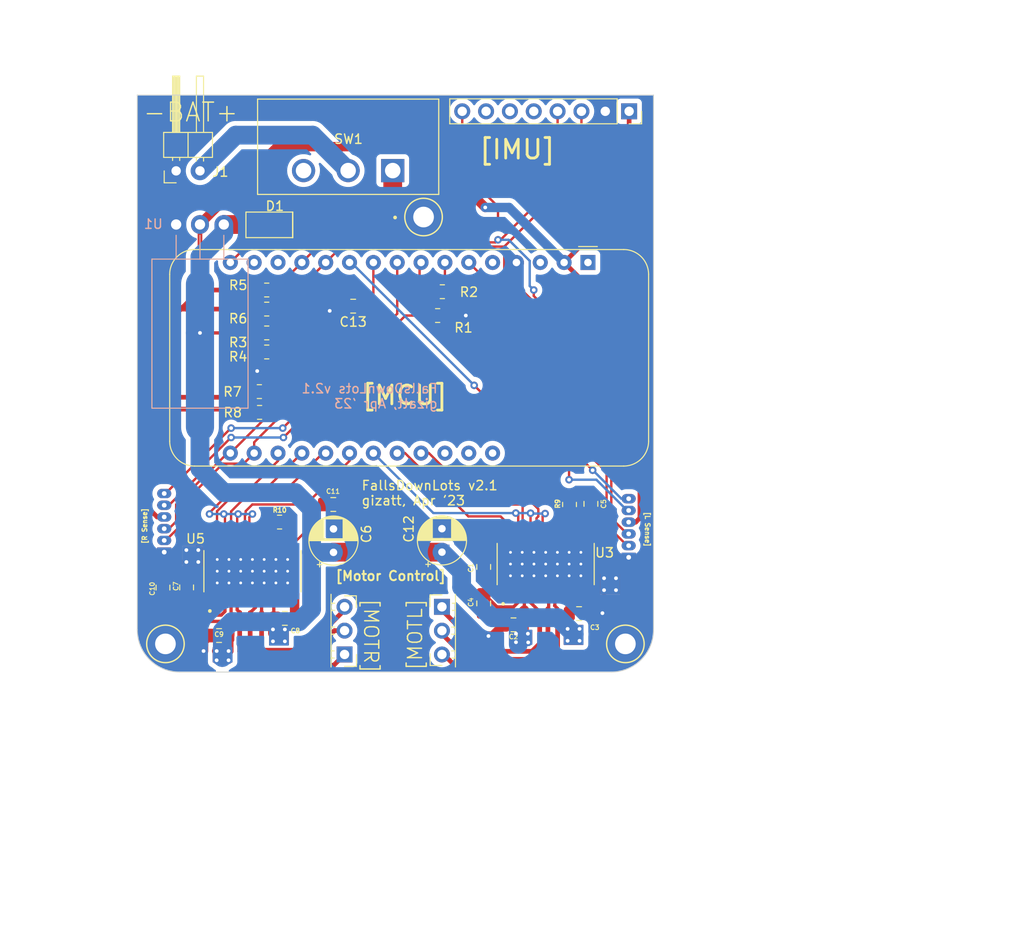
<source format=kicad_pcb>
(kicad_pcb (version 20221018) (generator pcbnew)
  (layers (0 "F.Cu" signal) (31 "B.Cu" signal) (34 "B.Paste" user) (35 "F.Paste" user) (36 "B.SilkS" user "B.Silkscreen") (37 "F.SilkS" user "F.Silkscreen") (38 "B.Mask" user) (39 "F.Mask" user) (44 "Edge.Cuts" user))
  (net 0 "")
  (net 1 "+3V3")
  (net 2 "GND")
  (net 3 "/A1")
  (net 4 "/A2")
  (net 5 "/D24")
  (net 6 "/SDA1")
  (net 7 "/SCL1")
  (net 8 "/SDA0")
  (net 9 "/SCL0")
  (net 10 "/D5")
  (net 11 "/D6")
  (net 12 "/D7")
  (net 13 "/D8")
  (net 14 "/D11")
  (net 15 "/D12")
  (net 16 "/D13")
  (net 19 "+BATT")
  (net 22 "/D2")
  (net 26 "Net-(U3-CPH)")
  (net 27 "Net-(U3-CPL)")
  (net 28 "Net-(U3-VCP)")
  (net 29 "Net-(U3-V3P3)")
  (net 30 "/ml3")
  (net 31 "/ml2")
  (net 32 "/ml1")
  (net 33 "/mr2")
  (net 34 "/mr1")
  (net 35 "/mr3")
  (net 36 "Net-(U5-CPH)")
  (net 37 "Net-(U5-CPL)")
  (net 38 "Net-(U5-VCP)")
  (net 39 "Net-(U5-V3P3)")
  (net 40 "Net-(U3-NRESET)")
  (net 41 "/Bat+ Post Switch")
  (net 42 "/Bat+ Raw")
  (net 43 "/A3")
  (net 44 "Net-(U5-NRESET)")
  (net 52 "/A4")
  (net 53 "/A5")
  (footprint "Capacitor_SMD:C_0805_2012Metric_Pad1.18x1.45mm_HandSolder" (layer "F.Cu") (at 148.326941 104.073681 -90)
    (fp_text reference "C5")
    (fp_text value ".47uF")
  )
  (footprint "Capacitor_THT:CP_Radial_D5.0mm_P2.50mm" (layer "F.Cu") (at 132.459504 109.22 90)
    (fp_text reference "C12")
    (fp_text value "10uF")
  )
  (footprint "MountingHole:MountingHole_2.2mm_M2_DIN965_Pad_TopOnly" (layer "F.Cu") (at 130.5 73.5)
    (fp_text reference "REF**" hide)
    (fp_text value "MountingHole_2.2mm_M2_DIN965_Pad_TopOnly")
  )
  (footprint "Capacitor_SMD:C_0805_2012Metric_Pad1.18x1.45mm_HandSolder" (layer "F.Cu") (at 108.712 118.11)
    (fp_text reference "C9")
    (fp_text value ".1uF")
  )
  (footprint "Connector:JST MX x6" (layer "F.Cu") (at 102.87 109.22 180)
    (fp_text reference "J2" hide)
    (fp_text value "MOTR_SENS")
  )
  (footprint "Resistor_SMD:R_0805_2012Metric_Pad1.20x1.40mm_HandSolder" (layer "F.Cu") (at 132 84 180)
    (fp_text reference "R1")
    (fp_text value "R1K")
  )
  (footprint "Sensor_Motion:MPU6050_Breakout_8pin_2.54mm" (layer "F.Cu") (at 152.4 62.23 -90)
    (fp_text reference "U2" hide)
    (fp_text value "MPU-6050-Breakout")
  )
  (footprint "Capacitor_SMD:C_0805_2012Metric_Pad1.18x1.45mm_HandSolder" (layer "F.Cu") (at 140.081 116.967)
    (fp_text reference "C2")
    (fp_text value ".1uF")
  )
  (footprint "Capacitor_THT:CP_Radial_D5.0mm_P2.50mm" (layer "F.Cu") (at 120.903131 109.243475 90)
    (fp_text reference "C6")
    (fp_text value "10uF")
  )
  (footprint "Capacitor_SMD:C_0805_2012Metric_Pad1.18x1.45mm_HandSolder" (layer "F.Cu") (at 147.066 115.7732 180)
    (fp_text reference "C3")
    (fp_text value ".1uF")
  )
  (footprint "Connector_PinHeader_2.54mm:PinHeader_1x02_P2.54mm_Horizontal" (layer "F.Cu") (at 104.14 68.58 90)
    (fp_text reference "J1")
    (fp_text value "Battery")
  )
  (footprint "Capacitor_SMD:C_0805_2012Metric_Pad1.18x1.45mm_HandSolder" (layer "F.Cu") (at 102.736721 112.996162 -90)
    (fp_text reference "C10")
    (fp_text value ".1uF")
  )
  (footprint "MountingHole:MountingHole_2.2mm_M2_DIN965_Pad_TopOnly" (layer "F.Cu") (at 152 119)
    (fp_text reference "REF**" hide)
    (fp_text value "MountingHole_2.2mm_M2_DIN965_Pad_TopOnly")
  )
  (footprint "Connector_PinHeader_2.54mm:PinHeader_1x03_P2.54mm_Horizontal" (layer "F.Cu") (at 132.458022 115.049395)
    (fp_text reference "J4" hide)
    (fp_text value "MOTL")
  )
  (footprint "Resistor_SMD:R_0805_2012Metric_Pad1.20x1.40mm_HandSolder" (layer "F.Cu") (at 132.5 81.46 180)
    (fp_text reference "R2")
    (fp_text value "R1K")
  )
  (footprint "Resistor_SMD:R_0805_2012Metric_Pad1.20x1.40mm_HandSolder" (layer "F.Cu") (at 115.160219 106.016813)
    (fp_text reference "R10")
    (fp_text value "R10K")
  )
  (footprint "Capacitor_SMD:C_0805_2012Metric_Pad1.18x1.45mm_HandSolder" (layer "F.Cu") (at 115.7224 116.2812 180)
    (fp_text reference "C8")
    (fp_text value ".1uF")
  )
  (footprint "Connector:JST MX x6" (layer "F.Cu") (at 152.352665 109.773443 180)
    (fp_text reference "J3" hide)
    (fp_text value "MOTL_SENS")
  )
  (footprint "downloaded:IC_TPS61196PWPRQ1" (layer "F.Cu") (at 112.268 111.252 90)
    (fp_text reference "U5")
    (fp_text value "DRV8313PWP")
  )
  (footprint "Capacitor_SMD:C_0805_2012Metric_Pad1.18x1.45mm_HandSolder" (layer "F.Cu") (at 105.2576 112.9792 -90)
    (fp_text reference "C7")
    (fp_text value ".01uF")
  )
  (footprint "Resistor_SMD:R_0805_2012Metric_Pad1.20x1.40mm_HandSolder" (layer "F.Cu") (at 113.792 85.852)
    (fp_text reference "R3")
    (fp_text value "1M")
  )
  (footprint "Connector_PinHeader_2.54mm:PinHeader_1x03_P2.54mm_Horizontal" (layer "F.Cu") (at 122.082486 120.126085 180)
    (fp_text reference "J6" hide)
    (fp_text value "MOTR")
  )
  (footprint "downloaded:SW_L102021ML04Q" (layer "F.Cu") (at 122.465471 68.548518 180)
    (fp_text reference "SW1")
    (fp_text value "SW_SPDT")
  )
  (footprint "Diode_SMD:D_SOD-128" (layer "F.Cu") (at 114.656448 74.333131)
    (fp_text reference "D1")
    (fp_text value "DSchottky")
  )
  (footprint "Capacitor_SMD:C_0805_2012Metric_Pad1.18x1.45mm_HandSolder" (layer "F.Cu") (at 123 83 180)
    (fp_text reference "C13")
    (fp_text value ".1uF")
  )
  (footprint "Resistor_SMD:R_0805_2012Metric_Pad1.20x1.40mm_HandSolder" (layer "F.Cu") (at 146.05 104.14 90)
    (fp_text reference "R9")
    (fp_text value "R10K")
  )
  (footprint "Resistor_SMD:R_0805_2012Metric_Pad1.20x1.40mm_HandSolder" (layer "F.Cu") (at 113.03 94.321509)
    (fp_text reference "R8")
    (fp_text value "R10K")
  )
  (footprint "Resistor_SMD:R_0805_2012Metric_Pad1.20x1.40mm_HandSolder" (layer "F.Cu") (at 113.792 87.884 180)
    (fp_text reference "R4")
    (fp_text value "470K")
  )
  (footprint "downloaded:IC_TPS61196PWPRQ1" (layer "F.Cu") (at 143.51 110.49 90)
    (fp_text reference "U3")
    (fp_text value "DRV8313PWP")
  )
  (footprint "MountingHole:MountingHole_2.2mm_M2_DIN965_Pad_TopOnly" (layer "F.Cu") (at 103 119)
    (fp_text reference "REF**" hide)
    (fp_text value "MountingHole_2.2mm_M2_DIN965_Pad_TopOnly")
  )
  (footprint "Resistor_SMD:R_0805_2012Metric_Pad1.20x1.40mm_HandSolder" (layer "F.Cu") (at 113.792 81.28)
    (fp_text reference "R5")
    (fp_text value "R10K")
  )
  (footprint "Capacitor_SMD:C_0805_2012Metric_Pad1.18x1.45mm_HandSolder" (layer "F.Cu") (at 120.8825 104.14)
    (fp_text reference "C11")
    (fp_text value ".47uF")
  )
  (footprint "Resistor_SMD:R_0805_2012Metric_Pad1.20x1.40mm_HandSolder" (layer "F.Cu") (at 113.006828 92.108123)
    (fp_text reference "R7")
    (fp_text value "R10K")
  )
  (footprint "Module:Adafruit_Feather" (layer "F.Cu") (at 148.013508 78.343477 -90)
    (fp_text reference "A1" hide)
    (fp_text value "Adafruit_Feather_M0_Express")
  )
  (footprint "Capacitor_SMD:C_0805_2012Metric_Pad1.18x1.45mm_HandSolder" (layer "F.Cu") (at 136.906 110.7948 -90)
    (fp_text reference "C1")
    (fp_text value ".01uF")
  )
  (footprint "Capacitor_SMD:C_0805_2012Metric_Pad1.18x1.45mm_HandSolder" (layer "F.Cu") (at 136.906 114.681 -90)
    (fp_text reference "C4")
    (fp_text value ".1uF")
  )
  (footprint "Resistor_SMD:R_0805_2012Metric_Pad1.20x1.40mm_HandSolder" (layer "F.Cu") (at 113.792 83.312)
    (fp_text reference "R6")
    (fp_text value "R10K")
  )
  (footprint "Package_TO_SOT_THT:TO-220-3_Horizontal_TabDown" (layer "B.Cu") (at 104.14 74.295)
    (fp_text reference "U1")
    (fp_text value "LD33V")
  )
  (gr_circle (center 152 119) (end 154 119) (stroke (width 0.15)) (fill none) (layer "F.SilkS"))
  (gr_circle (center 130.5 73.5) (end 132.5 73.5) (stroke (width 0.15)) (fill none) (layer "F.SilkS"))
  (gr_line (start 116.556448 72.973131) (end 116.556448 75.693131) (stroke (width 0.15)) (layer "F.SilkS"))
  (gr_circle (center 103 119) (end 105 119) (stroke (width 0.15)) (fill none) (layer "F.SilkS"))
  (gr_line (start 155 60.5) (end 155 117.5) (stroke (width 0.1)) (layer "Edge.Cuts"))
  (gr_line (start 100 117.5) (end 100 60.5) (stroke (width 0.1)) (layer "Edge.Cuts"))
  (gr_line (start 104.5 122) (end 150.5 122) (stroke (width 0.1)) (layer "Edge.Cuts"))
  (gr_arc (start 155 117.5) (mid 153.681981 120.681981) (end 150.5 122) (stroke (width 0.1)) (layer "Edge.Cuts"))
  (gr_line (start 155 60.5) (end 100 60.5) (stroke (width 0.1)) (layer "Edge.Cuts"))
  (gr_arc (start 104.5 122) (mid 101.318019 120.681981) (end 100 117.5) (stroke (width 0.1)) (layer "Edge.Cuts"))
  (gr_text "FallsDownLots v2.1\ngizatt, Apr '23" (at 132.08 93.98) (layer "B.SilkS") (effects (font (size 1 1)) (justify left bottom mirror)))
  (gr_text "[Motor Control]\n" (at 127 111.76) (layer "F.SilkS") (effects (font (size 1 1) (thickness 0.2))))
  (gr_text "[L Sense]" (at 154.355534 106.782622 -90) (layer "F.SilkS") (effects (font (size 0.5 0.5) (thickness 0.125))))
  (gr_text "[IMU]" (at 140.487492 66.302876) (layer "F.SilkS") (effects (font (size 2 2) (thickness 0.3))))
  (gr_text "[R Sense]" (at 100.786613 106.434449 90) (layer "F.SilkS") (effects (font (size 0.5 0.5) (thickness 0.125))))
  (gr_text "[MCU]\n" (at 128.5 92.5) (layer "F.SilkS") (effects (font (size 2 2) (thickness 0.3))))
  (gr_text "-BAT+" (at 100.5 63.5) (layer "F.SilkS") (effects (font (size 2 2)) (justify left bottom)))
  (gr_text "FallsDownLots v2.1\ngizatt, Apr '23" (at 123.816463 104.309769) (layer "F.SilkS") (effects (font (size 1 1)) (justify left bottom)))
  (segment (start 102.12 105.47) (end 102.87 105.47) (width 0.5) (layer "F.Cu") (net 1))
  (segment (start 112.792 81.28) (end 106.68 81.28) (width 0.5) (layer "F.Cu") (net 1))
  (segment (start 101.186535 93.98) (end 111.688491 93.98) (width 0.5) (layer "F.Cu") (net 1))
  (segment (start 101.186535 86.773465) (end 104.648 83.312) (width 0.5) (layer "F.Cu") (net 1))
  (segment (start 106.68 81.28) (end 106.68 74.295) (width 0.5) (layer "F.Cu") (net 1))
  (segment (start 114.9275 66) (end 106.68 74.2475) (width 1) (layer "F.Cu") (net 1))
  (segment (start 112.792 83.312) (end 105.156 83.312) (width 0.5) (layer "F.Cu") (net 1))
  (segment (start 101.186535 92.71) (end 101.186535 86.773465) (width 0.5) (layer "F.Cu") (net 1))
  (segment (start 105.156 83.312) (end 104.902 83.058) (width 0.5) (layer "F.Cu") (net 1))
  (segment (start 111.688491 93.98) (end 112.03 94.321509) (width 0.5) (layer "F.Cu") (net 1))
  (segment (start 152.352665 106.023443) (end 153.102665 106.023443) (width 0.5) (layer "F.Cu") (net 1))
  (segment (start 105.156 83.312) (end 104.648 83.312) (width 0.5) (layer "F.Cu") (net 1))
  (segment (start 152.4 62.23) (end 152.4 71.416985) (width 0.5) (layer "F.Cu") (net 1))
  (segment (start 104.648 83.312) (end 104.902 83.058) (width 0.5) (layer "F.Cu") (net 1))
  (segment (start 101.186535 104.536535) (end 102.12 105.47) (width 0.5) (layer "F.Cu") (net 1))
  (segment (start 111.404951 92.71) (end 112.006828 92.108123) (width 0.5) (layer "F.Cu") (net 1))
  (segment (start 106.68 74.2475) (end 106.68 74.295) (width 1) (layer "F.Cu") (net 1))
  (segment (start 137.070015 72.479985) (end 130.59003 66) (width 1) (layer "F.Cu") (net 1))
  (segment (start 101.186535 92.71) (end 111.404951 92.71) (width 0.5) (layer "F.Cu") (net 1))
  (segment (start 153.552185 86.422154) (end 145.473508 78.343477) (width 0.5) (layer "F.Cu") (net 1))
  (segment (start 153.102665 106.023443) (end 153.552185 105.573923) (width 0.5) (layer "F.Cu") (net 1))
  (segment (start 152.4 71.416985) (end 145.473508 78.343477) (width 0.5) (layer "F.Cu") (net 1))
  (segment (start 104.902 83.058) (end 106.68 81.28) (width 0.5) (layer "F.Cu") (net 1))
  (segment (start 101.186535 93.98) (end 101.186535 92.71) (width 0.5) (layer "F.Cu") (net 1))
  (segment (start 101.186535 93.98) (end 101.186535 104.536535) (width 0.5) (layer "F.Cu") (net 1))
  (segment (start 130.59003 66) (end 114.9275 66) (width 1) (layer "F.Cu") (net 1))
  (segment (start 153.552185 105.573923) (end 153.552185 86.422154) (width 0.5) (layer "F.Cu") (net 1))
  (via (at 137.070015 72.479985) (size 0.8) (drill 0.4) (layers "F.Cu" "B.Cu") (net 1))
  (segment (start 139.610016 72.479985) (end 145.473508 78.343477) (width 1) (layer "B.Cu") (net 1))
  (segment (start 137.070015 72.479985) (end 139.610016 72.479985) (width 1) (layer "B.Cu") (net 1))
  (segment (start 137.070016 72.479985) (end 137.070015 72.479985) (width 0.5) (layer "B.Cu") (net 1))
  (segment (start 108.752 111.252) (end 112.268 111.252) (width 1) (layer "F.Cu") (net 2))
  (segment (start 145.135 112.115) (end 143.51 110.49) (width 0.25) (layer "F.Cu") (net 2))
  (segment (start 107.061 118.7235) (end 107.061 119.761) (width 1) (layer "F.Cu") (net 2))
  (segment (start 106.5 109) (end 108.752 111.252) (width 1) (layer "F.Cu") (net 2))
  (segment (start 147.735 113.29) (end 147.735 112.215) (width 0.25) (layer "F.Cu") (net 2))
  (segment (start 146.535 110.49) (end 148.326941 108.698059) (width 0.25) (layer "F.Cu") (net 2))
  (segment (start 143.185 112.065) (end 143.51 111.74) (width 0.25) (layer "F.Cu") (net 2))
  (segment (start 148.22 110.49) (end 143.51 110.49) (width 1) (layer "F.Cu") (net 2))
  (segment (start 112.776 89.916) (end 112.776 87.9055) (width 0.35) (layer "F.Cu") (net 2))
  (segment (start 111.943 112.827) (end 112.268 112.502) (width 0.25) (layer "F.Cu") (net 2))
  (segment (start 105.23 110.27) (end 106.27 110.27) (width 1) (layer "F.Cu") (net 2))
  (segment (start 137.8497 118.1608) (end 137.414 118.1608) (width 1) (layer "F.Cu") (net 2))
  (segment (start 149.73 112) (end 148.22 110.49) (width 1) (layer "F.Cu") (net 2))
  (segment (start 111.943 114.052) (end 111.943 112.827) (width 0.25) (layer "F.Cu") (net 2))
  (segment (start 139.285 108.74) (end 141.035 110.49) (width 0.25) (layer "F.Cu") (net 2))
  (segment (start 116.7599 116.2812) (end 116.7599 113.7189) (width 1) (layer "F.Cu") (net 2))
  (segment (start 147.085 113.29) (end 147.085 111.915) (width 0.25) (layer "F.Cu") (net 2))
  (segment (start 116.7599 113.7189) (end 114.293 111.252) (width 1) (layer "F.Cu") (net 2))
  (segment (start 107.252 111.252) (end 112.268 111.252) (width 1) (layer "F.Cu") (net 2))
  (segment (start 113.243 108.452) (end 113.244331 109.991687) (width 0.25) (layer "F.Cu") (net 2))
  (segment (start 135 84) (end 133 84) (width 0.25) (layer "F.Cu") (net 2))
  (segment (start 141.035 110.49) (end 143.51 110.49) (width 0.25) (layer "F.Cu") (net 2))
  (segment (start 143.185 113.29) (end 143.185 112.065) (width 0.25) (layer "F.Cu") (net 2))
  (segment (start 142.535 113.29) (end 142.535 112.015) (width 0.25) (layer "F.Cu") (net 2))
  (segment (start 149.49 110.49) (end 143.51 110.49) (width 1) (layer "F.Cu") (net 2))
  (segment (start 116.493 114.052) (end 116.505015 112.467816) (width 0.25) (layer "F.Cu") (net 2))
  (segment (start 142.535 112.015) (end 142.26 111.74) (width 0.25) (layer "F.Cu") (net 2))
  (segment (start 146.95 110.49) (end 143.51 110.49) (width 1) (layer "F.Cu") (net 2))
  (segment (start 149.5044 115.7732) (end 149.5552 115.7224) (width 1) (layer "F.Cu") (net 2))
  (segment (start 106.27 110.27) (end 107.252 111.252) (width 1) (layer "F.Cu") (net 2))
  (segment (start 108.043 108.452) (end 108.051446 109.883823) (width 0.25) (layer "F.Cu") (net 2))
  (segment (start 144.685 110.49) (end 143.51 110.49) (width 0.25) (layer "F.Cu") (net 2))
  (segment (start 139.0435 116.967) (end 137.8497 118.1608) (width 1) (layer "F.Cu") (net 2))
  (segment (start 144.485 109.515) (end 143.51 110.49) (width 0.25) (layer "F.Cu") (net 2))
  (segment (start 146.66 110.49) (end 143.51 110.49) (width 0.25) (layer "F.Cu") (net 2))
  (segment (start 111.293 112.777) (end 111.018 112.502) (width 0.25) (layer "F.Cu") (net 2))
  (segment (start 107.6745 118.11) (end 107.061 118.7235) (width 1) (layer "F.Cu") (net 2))
  (segment (start 121.49725 83.5) (end 120.50275 83.5) (width 0.35) (layer "F.Cu") (net 2))
  (segment (start 143.51 110.49) (end 146.535 110.49) (width 0.25) (layer "F.Cu") (net 2))
  (segment (start 139.285 107.69) (end 139.285 108.74) (width 0.25) (layer "F.Cu") (net 2))
  (segment (start 148.1035 115.7732) (end 149.5044 115.7732) (width 1) (layer "F.Cu") (net 2))
  (segment (start 146.435 112.24) (end 144.685 110.49) (width 0.25) (layer "F.Cu") (net 2))
  (segment (start 121.92 104.14) (end 120.903131 105.156869) (width 0.25) (layer "F.Cu") (net 2))
  (segment (start 106.5 110.27) (end 111.286 110.27) (width 1) (layer "F.Cu") (net 2))
  (segment (start 144.485 107.69) (end 144.485 109.515) (width 0.25) (layer "F.Cu") (net 2))
  (segment (start 145.135 113.29) (end 145.135 112.115) (width 0.25) (layer "F.Cu") (net 2))
  (segment (start 113.893 114.052) (end 113.893163 112.452407) (width 0.35) (layer "F.Cu") (net 2))
  (segment (start 147.085 111.915) (end 147.26 111.74) (width 0.25) (layer "F.Cu") (net 2))
  (segment (start 149.73 113.27) (end 146.95 110.49) (width 1) (layer "F.Cu") (net 2))
  (segment (start 148.225493 108.924507) (end 146.66 110.49) (width 0.25) (layer "F.Cu") (net 2))
  (segment (start 146.435 113.29) (end 146.435 112.24) (width 0.25) (layer "F.Cu") (net 2))
  (segment (start 120.903131 105.156869) (end 120.903131 106.743475) (width 0.25) (layer "F.Cu") (net 2))
  (segment (start 148.326941 108.698059) (end 148.326941 105.111181) (width 0.25) (layer "F.Cu") (net 2))
  (segment (start 151 112) (end 149.49 110.49) (width 1) (layer "F.Cu") (net 2))
  (segment (start 133 81.96) (end 133.5 81.46) (width 0.25) (layer "F.Cu") (net 2))
  (segment (start 115.843 114.052) (end 115.834717 112.506339) (width 0.25) (layer "F.Cu") (net 2))
  (segment (start 114.293 111.252) (end 112.268 111.252) (width 1) (layer "F.Cu") (net 2))
  (segment (start 133 84) (end 133 81.96) (width 0.25) (layer "F.Cu") (net 2))
  (segment (start 111.286 110.27) (end 112.268 111.252) (width 1) (layer "F.Cu") (net 2))
  (segment (start 147.735 112.215) (end 147.26 111.74) (width 0.25) (layer "F.Cu") (net 2))
  (segment (start 111.293 114.052) (end 111.293 112.777) (width 0.25) (layer "F.Cu") (net 2))
  (segment (start 113.054887 110.465113) (end 112.268 111.252) (width 0.25) (layer "F.Cu") (net 2))
  (segment (start 115.193 114.052) (end 115.202941 112.352248) (width 0.25) (layer "F.Cu") (net 2))
  (via (at 149.73 113.27) (size 0.8) (drill 0.4) (layers "F.Cu" "B.Cu") (net 2))
  (via (at 105.23 109) (size 0.8) (drill 0.4) (layers "F.Cu" "B.Cu") (net 2))
  (via (at 120.5 83.5) (size 0.8) (drill 0.4) (layers "F.Cu" "B.Cu") (net 2))
  (via (at 106.5 110.27) (size 0.8) (drill 0.4) (layers "F.Cu" "B.Cu") (net 2))
  (via (at 106.5 109) (size 0.8) (drill 0.4) (layers "F.Cu" "B.Cu") (net 2))
  (via (at 112.776 89.916) (size 0.8) (drill 0.4) (layers "F.Cu" "B.Cu") (net 2))
  (via (at 149.73 112) (size 0.8) (drill 0.4) (layers "F.Cu" "B.Cu") (net 2))
  (via (at 151 113.27) (size 0.8) (drill 0.4) (layers "F.Cu" "B.Cu") (net 2))
  (via (at 135 84) (size 0.8) (drill 0.4) (layers "F.Cu" "B.Cu") (net 2))
  (via (at 149.5552 115.7224) (size 0.8) (drill 0.4) (layers "F.Cu" "B.Cu") (net 2))
  (via (at 107.061 119.761) (size 0.8) (drill 0.4) (layers "F.Cu" "B.Cu") (net 2))
  (via (at 151 112) (size 0.8) (drill 0.4) (layers "F.Cu" "B.Cu") (net 2))
  (via (at 137.414 118.1608) (size 0.8) (drill 0.4) (layers "F.Cu" "B.Cu") (net 2))
  (via (at 105.23 110.27) (size 0.8) (drill 0.4) (layers "F.Cu" "B.Cu") (net 2))
  (segment (start 137.025305 89) (end 148.512653 100.487348) (width 0.25) (layer "F.Cu") (net 3))
  (segment (start 135.313508 78.343477) (end 137 80.029969) (width 0.25) (layer "F.Cu") (net 3))
  (segment (start 137 80.029969) (end 137 89) (width 0.25) (layer "F.Cu") (net 3))
  (segment (start 137 89) (end 137.025305 89) (width 0.25) (layer "F.Cu") (net 3))
  (via (at 148.512653 100.487348) (size 0.8) (drill 0.4) (layers "F.Cu" "B.Cu") (net 3))
  (segment (start 151.572335 103.523443) (end 148.53624 100.487348) (width 0.25) (layer "B.Cu") (net 3))
  (segment (start 148.53624 100.487348) (end 148.512653 100.487348) (width 0.25) (layer "B.Cu") (net 3))
  (segment (start 151.783443 103.523443) (end 152.352665 103.523443) (width 0.25) (layer "B.Cu") (net 3))
  (segment (start 152.352665 103.523443) (end 151.572335 103.523443) (width 0.25) (layer "B.Cu") (net 3))
  (segment (start 146 99) (end 132 85) (width 0.25) (layer "F.Cu") (net 4))
  (segment (start 151.852665 104.773443) (end 152.695489 104.773443) (width 0.5) (layer "F.Cu") (net 4))
  (segment (start 152.352665 104.773443) (end 151.852665 104.773443) (width 0.25) (layer "F.Cu") (net 4))
  (segment (start 146 101.5) (end 146 99) (width 0.25) (layer "F.Cu") (net 4))
  (segment (start 132.773508 80.186492) (end 132.773508 78.343477) (width 0.25) (layer "F.Cu") (net 4))
  (segment (start 132 81.96) (end 131.5 81.46) (width 0.25) (layer "F.Cu") (net 4))
  (segment (start 131.5 81.46) (end 132.773508 80.186492) (width 0.25) (layer "F.Cu") (net 4))
  (segment (start 132 85) (end 132 81.96) (width 0.25) (layer "F.Cu") (net 4))
  (via (at 146 101.5) (size 0.8) (drill 0.4) (layers "F.Cu" "B.Cu") (net 4))
  (segment (start 146 101.5) (end 148.912496 101.5) (width 0.25) (layer "B.Cu") (net 4))
  (segment (start 148.912496 101.5) (end 152.185939 104.773443) (width 0.25) (layer "B.Cu") (net 4))
  (segment (start 152.185939 104.773443) (end 152.352665 104.773443) (width 0.25) (layer "B.Cu") (net 4))
  (segment (start 142.725941 104.625941) (end 142.24 104.14) (width 0.25) (layer "F.Cu") (net 5))
  (segment (start 142.535 105.598574) (end 142.725941 105.407633) (width 0.25) (layer "F.Cu") (net 5))
  (segment (start 142.24 97.79) (end 135.89 91.44) (width 0.25) (layer "F.Cu") (net 5))
  (segment (start 122.5 78.456985) (end 122.613508 78.343477) (width 0.25) (layer "F.Cu") (net 5))
  (segment (start 142.535 107.69) (end 142.535 105.598574) (width 0.25) (layer "F.Cu") (net 5))
  (segment (start 142.725941 105.407633) (end 142.725941 104.625941) (width 0.25) (layer "F.Cu") (net 5))
  (segment (start 142.24 104.14) (end 142.24 97.79) (width 0.25) (layer "F.Cu") (net 5))
  (via (at 135.89 91.44) (size 0.8) (drill 0.4) (layers "F.Cu" "B.Cu") (net 5))
  (segment (start 122.793477 78.343477) (end 135.89 91.44) (width 0.25) (layer "B.Cu") (net 5))
  (segment (start 122.613508 78.343477) (end 122.793477 78.343477) (width 0.25) (layer "B.Cu") (net 5))
  (segment (start 144.78 69.85) (end 144.78 62.23) (width 0.25) (layer "F.Cu") (net 6))
  (segment (start 152.186618 107.273443) (end 152.352665 107.273443) (width 0.25) (layer "F.Cu") (net 6))
  (segment (start 150.5 100.580347) (end 150.5 105.586825) (width 0.25) (layer "F.Cu") (net 6))
  (segment (start 138.43 75.926914) (end 138.703086 75.926914) (width 0.25) (layer "F.Cu") (net 6))
  (segment (start 142.68952 92.769867) (end 150.5 100.580347) (width 0.25) (layer "F.Cu") (net 6))
  (segment (start 142.68952 82.363803) (end 142.68952 92.769867) (width 0.25) (layer "F.Cu") (net 6))
  (segment (start 114.792 81.28) (end 114.792 81.084985) (width 0.25) (layer "F.Cu") (net 6))
  (segment (start 142.24 81.28) (end 142.24 81.914282) (width 0.25) (layer "F.Cu") (net 6))
  (segment (start 138.43 75.926914) (end 138.156914 76.2) (width 0.25) (layer "F.Cu") (net 6))
  (segment (start 138.703086 75.926914) (end 144.78 69.85) (width 0.25) (layer "F.Cu") (net 6))
  (segment (start 138.156914 76.2) (end 119.676985 76.2) (width 0.25) (layer "F.Cu") (net 6))
  (segment (start 119.676985 76.2) (end 117.533508 78.343477) (width 0.25) (layer "F.Cu") (net 6))
  (segment (start 114.792 81.084985) (end 117.533508 78.343477) (width 0.25) (layer "F.Cu") (net 6))
  (segment (start 150.5 105.586825) (end 152.186618 107.273443) (width 0.25) (layer "F.Cu") (net 6))
  (segment (start 142.24 81.914282) (end 142.68952 82.363803) (width 0.25) (layer "F.Cu") (net 6))
  (via (at 142.24 81.28) (size 0.8) (drill 0.4) (layers "F.Cu" "B.Cu") (net 6))
  (via (at 138.43 75.926914) (size 0.8) (drill 0.4) (layers "F.Cu" "B.Cu") (net 6))
  (segment (start 139.567245 75.926914) (end 141.808997 78.168666) (width 0.25) (layer "B.Cu") (net 6))
  (segment (start 141.808997 78.168666) (end 141.808997 80.848997) (width 0.25) (layer "B.Cu") (net 6))
  (segment (start 138.43 75.926914) (end 139.567245 75.926914) (width 0.25) (layer "B.Cu") (net 6))
  (segment (start 141.808997 80.848997) (end 142.24 81.28) (width 0.25) (layer "B.Cu") (net 6))
  (segment (start 135.500829 76.64952) (end 135.502723 76.651414) (width 0.25) (layer "F.Cu") (net 7))
  (segment (start 142.23952 92.956263) (end 150 100.716743) (width 0.25) (layer "F.Cu") (net 7))
  (segment (start 152.186618 108.523443) (end 152.352665 108.523443) (width 0.25) (layer "F.Cu") (net 7))
  (segment (start 142.23952 82.54952) (end 142.23952 92.956263) (width 0.25) (layer "F.Cu") (net 7))
  (segment (start 115.104985 83.312) (end 120.073508 78.343477) (width 0.25) (layer "F.Cu") (net 7))
  (segment (start 150 106.336825) (end 152.186618 108.523443) (width 0.25) (layer "F.Cu") (net 7))
  (segment (start 114.792 83.312) (end 115.104985 83.312) (width 0.25) (layer "F.Cu") (net 7))
  (segment (start 150 100.716743) (end 150 106.336825) (width 0.25) (layer "F.Cu") (net 7))
  (segment (start 139.09927 79.399118) (end 139.094194 79.404194) (width 0.25) (layer "F.Cu") (net 7))
  (segment (start 147.32 68.430684) (end 139.09927 76.651414) (width 0.25) (layer "F.Cu") (net 7))
  (segment (start 135.502723 76.651414) (end 139.09927 76.651414) (width 0.25) (layer "F.Cu") (net 7))
  (segment (start 121.767465 76.64952) (end 120.073508 78.343477) (width 0.25) (layer "F.Cu") (net 7))
  (segment (start 139.09927 76.651414) (end 139.09927 79.399118) (width 0.25) (layer "F.Cu") (net 7))
  (segment (start 147.32 62.23) (end 147.32 68.430684) (width 0.25) (layer "F.Cu") (net 7))
  (segment (start 121.767465 76.64952) (end 135.500829 76.64952) (width 0.25) (layer "F.Cu") (net 7))
  (segment (start 139.094194 79.404194) (end 142.23952 82.54952) (width 0.25) (layer "F.Cu") (net 7))
  (segment (start 109.913508 98.663477) (end 114.03 94.546985) (width 0.25) (layer "F.Cu") (net 8))
  (segment (start 104.14 105.95) (end 104.14 104.14) (width 0.25) (layer "F.Cu") (net 8))
  (segment (start 109.616523 98.663477) (end 109.913508 98.663477) (width 0.25) (layer "F.Cu") (net 8))
  (segment (start 103.37 106.72) (end 104.14 105.95) (width 0.25) (layer "F.Cu") (net 8))
  (segment (start 114.03 94.546985) (end 114.03 94.321509) (width 0.25) (layer "F.Cu") (net 8))
  (segment (start 102.87 106.72) (end 103.37 106.72) (width 0.25) (layer "F.Cu") (net 8))
  (segment (start 104.14 104.14) (end 109.616523 98.663477) (width 0.25) (layer "F.Cu") (net 8))
  (segment (start 112.453508 98.663477) (end 112.453508 97.511174) (width 0.25) (layer "F.Cu") (net 9))
  (segment (start 103.036047 107.97) (end 104.58952 106.416527) (width 0.25) (layer "F.Cu") (net 9))
  (segment (start 104.58952 106.416527) (end 104.58952 104.326198) (width 0.25) (layer "F.Cu") (net 9))
  (segment (start 104.58952 104.326198) (end 109.12773 99.787988) (width 0.25) (layer "F.Cu") (net 9))
  (segment (start 112.453508 97.511174) (end 114.955 95.009682) (width 0.25) (layer "F.Cu") (net 9))
  (segment (start 111.328997 99.787988) (end 112.453508 98.663477) (width 0.25) (layer "F.Cu") (net 9))
  (segment (start 102.87 107.97) (end 103.036047 107.97) (width 0.25) (layer "F.Cu") (net 9))
  (segment (start 114.955 93.056295) (end 114.006828 92.108123) (width 0.25) (layer "F.Cu") (net 9))
  (segment (start 114.955 95.009682) (end 114.955 93.056295) (width 0.25) (layer "F.Cu") (net 9))
  (segment (start 109.12773 99.787988) (end 111.328997 99.787988) (width 0.25) (layer "F.Cu") (net 9))
  (segment (start 109.343 108.452) (end 109.343 105.279) (width 0.25) (layer "F.Cu") (net 10))
  (segment (start 114.993508 99.489992) (end 114.993508 98.663477) (width 0.25) (layer "F.Cu") (net 10))
  (segment (start 110.643 105.257) (end 110.744 105.156) (width 0.25) (layer "F.Cu") (net 10))
  (segment (start 110.041188 102.67448) (end 111.80902 102.67448) (width 0.25) (layer "F.Cu") (net 10))
  (segment (start 109.343 105.279) (end 109.22 105.156) (width 0.25) (layer "F.Cu") (net 10))
  (segment (start 107.696 105.019668) (end 110.041188 102.67448) (width 0.25) (layer "F.Cu") (net 10))
  (segment (start 111.943 105.481) (end 112.268 105.156) (width 0.25) (layer "F.Cu") (net 10))
  (segment (start 111.943 108.452) (end 111.943 105.481) (width 0.25) (layer "F.Cu") (net 10))
  (segment (start 107.696 105.156) (end 107.696 105.019668) (width 0.25) (layer "F.Cu") (net 10))
  (segment (start 111.80902 102.67448) (end 114.993508 99.489992) (width 0.25) (layer "F.Cu") (net 10))
  (segment (start 110.643 108.452) (end 110.643 105.257) (width 0.25) (layer "F.Cu") (net 10))
  (via (at 110.744 105.156) (size 0.8) (drill 0.4) (layers "F.Cu" "B.Cu") (net 10))
  (via (at 107.696 105.156) (size 0.8) (drill 0.4) (layers "F.Cu" "B.Cu") (net 10))
  (via (at 112.268 105.156) (size 0.8) (drill 0.4) (layers "F.Cu" "B.Cu") (net 10))
  (via (at 109.22 105.156) (size 0.8) (drill 0.4) (layers "F.Cu" "B.Cu") (net 10))
  (segment (start 107.696 105.156) (end 109.22 105.156) (width 0.25) (layer "B.Cu") (net 10))
  (segment (start 109.22 105.156) (end 110.744 105.156) (width 0.25) (layer "B.Cu") (net 10))
  (segment (start 110.744 105.156) (end 112.268 105.156) (width 0.25) (layer "B.Cu") (net 10))
  (segment (start 108.693 108.452) (end 108.693 107.402) (width 0.25) (layer "F.Cu") (net 11))
  (segment (start 108.495489 104.855897) (end 110.227386 103.124) (width 0.25) (layer "F.Cu") (net 11))
  (segment (start 108.693 107.402) (end 108.495489 107.204489) (width 0.25) (layer "F.Cu") (net 11))
  (segment (start 113.072985 103.124) (end 117.533508 98.663477) (width 0.25) (layer "F.Cu") (net 11))
  (segment (start 110.227386 103.124) (end 113.072985 103.124) (width 0.25) (layer "F.Cu") (net 11))
  (segment (start 108.495489 107.204489) (end 108.495489 104.855897) (width 0.25) (layer "F.Cu") (net 11))
  (segment (start 114.818109 103.621891) (end 111.253495 103.621891) (width 0.25) (layer "F.Cu") (net 12))
  (segment (start 119.482504 98.957496) (end 114.818109 103.621891) (width 0.25) (layer "F.Cu") (net 12))
  (segment (start 120.073508 98.663477) (end 119.779489 98.957496) (width 0.25) (layer "F.Cu") (net 12))
  (segment (start 109.993 104.882386) (end 109.993 108.452) (width 0.25) (layer "F.Cu") (net 12))
  (segment (start 111.253495 103.621891) (end 109.993 104.882386) (width 0.25) (layer "F.Cu") (net 12))
  (segment (start 119.779489 98.957496) (end 119.482504 98.957496) (width 0.25) (layer "F.Cu") (net 12))
  (segment (start 111.468489 105.319793) (end 111.543489 105.244793) (width 0.25) (layer "F.Cu") (net 13))
  (segment (start 111.543489 104.855897) (end 112.259386 104.14) (width 0.25) (layer "F.Cu") (net 13))
  (segment (start 111.468489 108.276511) (end 111.468489 105.319793) (width 0.25) (layer "F.Cu") (net 13))
  (segment (start 111.543489 105.244793) (end 111.543489 104.855897) (width 0.25) (layer "F.Cu") (net 13))
  (segment (start 117.9635 104.14) (end 122.613508 99.489992) (width 0.25) (layer "F.Cu") (net 13))
  (segment (start 122.613508 99.489992) (end 122.613508 98.663477) (width 0.25) (layer "F.Cu") (net 13))
  (segment (start 112.259386 104.14) (end 117.9635 104.14) (width 0.25) (layer "F.Cu") (net 13))
  (segment (start 111.293 108.452) (end 111.468489 108.276511) (width 0.25) (layer "F.Cu") (net 13))
  (segment (start 143.185 107.69) (end 143.185 105.372982) (width 0.25) (layer "F.Cu") (net 14))
  (segment (start 140.328646 105.056895) (end 140.585 105.313249) (width 0.25) (layer "F.Cu") (net 14))
  (segment (start 143.185 105.372982) (end 143.450452 105.10753) (width 0.25) (layer "F.Cu") (net 14))
  (segment (start 140.585 105.313249) (end 140.585 107.69) (width 0.25) (layer "F.Cu") (net 14))
  (segment (start 141.885 107.69) (end 141.899054 105.069054) (width 0.25) (layer "F.Cu") (net 14))
  (via (at 140.328646 105.056895) (size 0.8) (drill 0.4) (layers "F.Cu" "B.Cu") (net 14))
  (via (at 141.899054 105.069054) (size 0.8) (drill 0.4) (layers "F.Cu" "B.Cu") (net 14))
  (via (at 143.450452 105.10753) (size 0.8) (drill 0.4) (layers "F.Cu" "B.Cu") (net 14))
  (segment (start 131.546926 105.056895) (end 125.153508 98.663477) (width 0.25) (layer "B.Cu") (net 14))
  (segment (start 141.886895 105.056895) (end 141.899054 105.069054) (width 0.25) (layer "B.Cu") (net 14))
  (segment (start 141.93753 105.10753) (end 141.899054 105.069054) (width 0.25) (layer "B.Cu") (net 14))
  (segment (start 143.450452 105.10753) (end 141.93753 105.10753) (width 0.25) (layer "B.Cu") (net 14))
  (segment (start 140.328646 105.056895) (end 141.886895 105.056895) (width 0.25) (layer "B.Cu") (net 14))
  (segment (start 140.328646 105.056895) (end 131.546926 105.056895) (width 0.25) (layer "B.Cu") (net 14))
  (segment (start 138.705 105.41) (end 135.2745 105.41) (width 0.25) (layer "F.Cu") (net 15))
  (segment (start 139.935 107.69) (end 139.935 106.64) (width 0.25) (layer "F.Cu") (net 15))
  (segment (start 139.935 106.64) (end 138.705 105.41) (width 0.25) (layer "F.Cu") (net 15))
  (segment (start 128.527977 98.663477) (end 127.693508 98.663477) (width 0.25) (layer "F.Cu") (net 15))
  (segment (start 135.2745 105.41) (end 128.527977 98.663477) (width 0.25) (layer "F.Cu") (net 15))
  (segment (start 136.5445 104.14) (end 140.97 104.14) (width 0.25) (layer "F.Cu") (net 16))
  (segment (start 141.053157 106.663983) (end 141.235 106.845826) (width 0.25) (layer "F.Cu") (net 16))
  (segment (start 141.053157 104.223157) (end 141.053157 106.663983) (width 0.25) (layer "F.Cu") (net 16))
  (segment (start 130.233508 98.663477) (end 131.067977 98.663477) (width 0.25) (layer "F.Cu") (net 16))
  (segment (start 140.97 104.14) (end 141.053157 104.223157) (width 0.25) (layer "F.Cu") (net 16))
  (segment (start 141.235 106.845826) (end 141.235 107.69) (width 0.25) (layer "F.Cu") (net 16))
  (segment (start 131.067977 98.663477) (end 136.5445 104.14) (width 0.25) (layer "F.Cu") (net 16))
  (segment (start 109.993 114.052) (end 109.993 116.465056) (width 0.35) (layer "F.Cu") (net 19))
  (segment (start 141.1185 118.4617) (end 141.1732 118.5164) (width 1) (layer "F.Cu") (net 19))
  (segment (start 104.165062 115.6292) (end 102.736721 114.200859) (width 0.35) (layer "F.Cu") (net 19))
  (segment (start 114.438395 116.527705) (end 114.6849 116.2812) (width 1) (layer "F.Cu") (net 19))
  (segment (start 114.811289 116.552963) (end 114.543 116.284674) (width 0.35) (layer "F.Cu") (net 19))
  (segment (start 141.1185 116.967) (end 141.1185 117.3011) (width 1) (layer "F.Cu") (net 19))
  (segment (start 141.1185 115.4943) (end 141.235 115.3778) (width 1) (layer "F.Cu") (net 19))
  (segment (start 114.438395 117.878412) (end 114.438395 116.527705) (width 1) (layer "F.Cu") (net 19))
  (segment (start 106.097 116.597) (end 105.1292 115.6292) (width 0.35) (layer "F.Cu") (net 19))
  (segment (start 120.926606 109.22) (end 120.903131 109.243475) (width 2) (layer "F.Cu") (net 19))
  (segment (start 109.7495 118.11) (end 109.861056 117.998444) (width 1) (layer "F.Cu") (net 19))
  (segment (start 109.861056 117.998444) (end 109.861056 116.597) (width 1) (layer "F.Cu") (net 19))
  (segment (start 105.1292 115.6292) (end 104.165062 115.6292) (width 0.35) (layer "F.Cu") (net 19))
  (segment (start 141.235 113.29) (end 141.235 115.3778) (width 0.35) (layer "F.Cu") (net 19))
  (segment (start 141.10448 115.71152) (end 139.811959 115.711519) (width 0.35) (layer "F.Cu") (net 19))
  (segment (start 109.7495 119.7395) (end 109.728 119.761) (width 1) (layer "F.Cu") (net 19))
  (segment (start 136.912981 115.711519) (end 136.906 115.7185) (width 0.35) (layer "F.Cu") (net 19))
  (segment (start 132.459504 109.22) (end 120.926606 109.22) (width 2) (layer "F.Cu") (net 19))
  (segment (start 112.418317 74.295) (end 109.22 74.295) (width 2) (layer "F.Cu") (net 19))
  (segment (start 141.1185 116.967) (end 141.1185 118.4617) (width 1) (layer "F.Cu") (net 19))
  (segment (start 141.235 115.3778) (end 141.235 115.581) (width 0.35) (layer "F.Cu") (net 19))
  (segment (start 109.7495 118.4695) (end 108.458 119.761) (width 1) (layer "F.Cu") (net 19))
  (segment (start 114.6849 116.2812) (end 115.1636 116.7599) (width 1) (layer "F.Cu") (net 19))
  (segment (start 141.1185 116.967) (end 141.1185 115.4943) (width 1) (layer "F.Cu") (net 19))
  (segment (start 102.736721 114.200859) (end 102.736721 114.033662) (width 0.35) (layer "F.Cu") (net 19))
  (segment (start 112.456448 74.333131) (end 112.418317 74.295) (width 2) (layer "F.Cu") (net 19))
  (segment (start 141.235 115.581) (end 141.10448 115.71152) (width 0.35) (layer "F.Cu") (net 19))
  (segment (start 109.7495 118.11) (end 109.7495 118.4695) (width 1) (layer "F.Cu") (net 19))
  (segment (start 139.811959 115.711519) (end 136.912981 115.711519) (width 0.35) (layer "F.Cu") (net 19))
  (segment (start 141.235 116.7235) (end 141.1185 116.84) (width 0.35) (layer "F.Cu") (net 19))
  (segment (start 109.861056 116.597) (end 106.097 116.597) (width 0.35) (layer "F.Cu") (net 19))
  (segment (start 112.792 85.852) (end 106.68 85.852) (width 0.35) (layer "F.Cu") (net 19))
  (segment (start 115.1636 116.7599) (end 115.1636 118.11) (width 1) (layer "F.Cu") (net 19))
  (segment (start 145.8468 117.3988) (end 145.8468 115.9549) (width 1) (layer "F.Cu") (net 19))
  (segment (start 145.785 113.29) (end 145.785 115.117027) (width 0.35) (layer "F.Cu") (net 19))
  (segment (start 109.7495 118.11) (end 109.7495 119.7395) (width 1) (layer "F.Cu") (net 19))
  (segment (start 114.543 116.284674) (end 114.543 114.052) (width 0.35) (layer "F.Cu") (net 19))
  (segment (start 102.736721 114.033662) (end 102.736721 114.130149) (width 0.25) (layer "F.Cu") (net 19))
  (segment (start 145.8468 115.9549) (end 146.0285 115.7732) (width 1) (layer "F.Cu") (net 19))
  (segment (start 141.235 116.9775) (end 141.1185 117.094) (width 0.35) (layer "F.Cu") (net 19))
  (via (at 114.454743 118.726758) (size 0.8) (drill 0.4) (layers "F.Cu" "B.Cu") (net 19))
  (via (at 140.345873 117.911043) (size 0.8) (drill 0.4) (layers "F.Cu" "B.Cu") (net 19))
  (via (at 145.8468 118.6688) (size 0.8) (drill 0.4) (layers "F.Cu" "B.Cu") (net 19))
  (via (at 147.1168 117.3988) (size 0.8) (drill 0.4) (layers "F.Cu" "B.Cu") (net 19))
  (via (at 140.343656 118.819975) (size 0.8) (drill 0.4) (layers "F.Cu" "B.Cu") (net 19))
  (via (at 108.458 119.761) (size 0.8) (drill 0.4) (layers "F.Cu" "B.Cu") (net 19))
  (via (at 141.615873 117.911043) (size 0.8) (drill 0.4) (layers "F.Cu" "B.Cu") (net 19))
  (via (at 115.724743 117.456758) (size 0.8) (drill 0.4) (layers "F.Cu" "B.Cu") (net 19))
  (via (at 106.68 85.852) (size 0.8) (drill 0.4) (layers "F.Cu" "B.Cu") (net 19))
  (via (at 109.728 119.761) (size 0.8) (drill 0.4) (layers "F.Cu" "B.Cu") (net 19))
  (via (at 115.724743 118.726758) (size 0.8) (drill 0.4) (layers "F.Cu" "B.Cu") (net 19))
  (via (at 108.453058 120.744243) (size 0.8) (drill 0.4) (layers "F.Cu" "B.Cu") (net 19))
  (via (at 145.8468 117.3988) (size 0.8) (drill 0.4) (layers "F.Cu" "B.Cu") (net 19))
  (via (at 114.454743 117.456758) (size 0.8) (drill 0.4) (layers "F.Cu" "B.Cu") (net 19))
  (via (at 141.647924 118.842081) (size 0.8) (drill 0.4) (layers "F.Cu" "B.Cu") (net 19))
  (via (at 147.1168 118.6688) (size 0.8) (drill 0.4) (layers "F.Cu" "B.Cu") (net 19))
  (via (at 109.723058 120.744243) (size 0.8) (drill 0.4) (layers "F.Cu" "B.Cu") (net 19))
  (segment (start 118.567511 104.597511) (end 118.567511 107.563973) (width 2) (layer "B.Cu") (net 19))
  (segment (start 118.567511 115.301602) (end 117.239977 116.629136) (width 2) (layer "B.Cu") (net 19))
  (segment (start 109.05838 120.447089) (end 109.05501 120.450459) (width 2) (layer "B.Cu") (net 19))
  (segment (start 137.795 116.205) (end 134.555113 112.965113) (width 2) (layer "B.Cu") (net 19))
  (segment (start 117.239977 116.629136) (end 110.065864 116.629136) (width 2) (layer "B.Cu") (net 19))
  (segment (start 109.05838 117.63662) (end 109.05838 120.447089) (width 2) (layer "B.Cu") (net 19))
  (segment (start 140.589 116.205) (end 137.795 116.205) (width 2) (layer "B.Cu") (net 19))
  (segment (start 118.590986 109.243475) (end 118.567511 109.22) (width 2) (layer "B.Cu") (net 19))
  (segment (start 109.22 102.87) (end 116.84 102.87) (width 2) (layer "B.Cu") (net 19))
  (segment (start 106.68 80.645) (end 106.68 85.852) (width 3) (layer "B.Cu") (net 19))
  (segment (start 144.8054 116.205) (end 146.558 117.9576) (width 2) (layer "B.Cu") (net 19))
  (segment (start 140.589 116.205) (end 140.589 119.0498) (width 2) (layer "B.Cu") (net 19))
  (segment (start 110.065864 116.629136) (end 109.05838 117.63662) (width 2) (layer "B.Cu") (net 19))
  (segment (start 109.22 75.184) (end 109.22 74.295) (width 2) (layer "B.Cu") (net 19))
  (segment (start 134.555113 112.965113) (end 134.555113 111.315609) (width 2) (layer "B.Cu") (net 19))
  (segment (start 134.555113 111.315609) (end 132.459504 109.22) (width 2) (layer "B.Cu") (net 19))
  (segment (start 106.68 95.885) (end 106.68 100.33) (width 2) (layer "B.Cu") (net 19))
  (segment (start 118.567511 107.563973) (end 118.567511 109.22) (width 2) (layer "B.Cu") (net 19))
  (segment (start 120.903131 109.243475) (end 118.590986 109.243475) (width 2) (layer "B.Cu") (net 19))
  (segment (start 140.589 116.205) (end 144.8054 116.205) (width 2) (layer "B.Cu") (net 19))
  (segment (start 106.68 85.852) (end 106.68 95.885) (width 3) (layer "B.Cu") (net 19))
  (segment (start 118.567511 109.22) (end 118.567511 115.301602) (width 2) (layer "B.Cu") (net 19))
  (segment (start 116.84 102.87) (end 118.567511 104.597511) (width 2) (layer "B.Cu") (net 19))
  (segment (start 106.68 100.33) (end 109.22 102.87) (width 2) (layer "B.Cu") (net 19))
  (segment (start 106.68 80.645) (end 106.68 77.724) (width 2) (layer "B.Cu") (net 19))
  (segment (start 106.68 77.724) (end 109.22 75.184) (width 2) (layer "B.Cu") (net 19))
  (segment (start 138.43 72.39) (end 138.43 73.66) (width 0.25) (layer "F.Cu") (net 22))
  (segment (start 134.62 62.23) (end 134.62 68.58) (width 0.25) (layer "F.Cu") (net 22))
  (segment (start 138.43 73.66) (end 136.34 75.75) (width 0.25) (layer "F.Cu") (net 22))
  (segment (start 136.34 75.75) (end 118.56 75.75) (width 0.25) (layer "F.Cu") (net 22))
  (segment (start 111.756985 76.5) (end 109.913508 78.343477) (width 0.25) (layer "F.Cu") (net 22))
  (segment (start 118.56 75.75) (end 117.81 76.5) (width 0.25) (layer "F.Cu") (net 22))
  (segment (start 117.81 76.5) (end 111.756985 76.5) (width 0.25) (layer "F.Cu") (net 22))
  (segment (start 134.62 68.58) (end 138.43 72.39) (width 0.25) (layer "F.Cu") (net 22))
  (segment (start 138.602181 113.643977) (end 136.906 111.947796) (width 0.35) (layer "F.Cu") (net 26))
  (segment (start 139.935 113.29) (end 139.935 114.319) (width 0.35) (layer "F.Cu") (net 26))
  (segment (start 139.935 114.319) (end 139.781819 114.472181) (width 0.35) (layer "F.Cu") (net 26))
  (segment (start 138.602181 114.472181) (end 138.602181 113.643977) (width 0.35) (layer "F.Cu") (net 26))
  (segment (start 136.906 111.947796) (end 136.906 111.8323) (width 0.35) (layer "F.Cu") (net 26))
  (segment (start 139.781819 114.472181) (end 138.602181 114.472181) (width 0.35) (layer "F.Cu") (net 26))
  (segment (start 139.285 113.29) (end 139.071 113.29) (width 0.35) (layer "F.Cu") (net 27))
  (segment (start 138.00552 110.85682) (end 136.906 109.7573) (width 0.35) (layer "F.Cu") (net 27))
  (segment (start 138.00552 112.22452) (end 138.00552 110.85682) (width 0.35) (layer "F.Cu") (net 27))
  (segment (start 139.071 113.29) (end 138.00552 112.22452) (width 0.35) (layer "F.Cu") (net 27))
  (segment (start 140.585 114.558) (end 140.081 115.062) (width 0.35) (layer "F.Cu") (net 28))
  (segment (start 140.081 115.062) (end 138.3245 115.062) (width 0.35) (layer "F.Cu") (net 28))
  (segment (start 138.3245 115.062) (end 136.906 113.6435) (width 0.35) (layer "F.Cu") (net 28))
  (segment (start 140.585 113.29) (end 140.585 114.558) (width 0.35) (layer "F.Cu") (net 28))
  (segment (start 146.147184 103.042816) (end 146.05 103.14) (width 0.25) (layer "F.Cu") (net 29))
  (segment (start 148.006401 103.042816) (end 146.147184 103.042816) (width 0.25) (layer "F.Cu") (net 29))
  (segment (start 147.276941 104.086181) (end 147.276941 106.281941) (width 0.25) (layer "F.Cu") (net 29))
  (segment (start 147.276941 106.281941) (end 147.735 106.74) (width 0.25) (layer "F.Cu") (net 29))
  (segment (start 147.735 106.74) (end 147.735 107.69) (width 0.25) (layer "F.Cu") (net 29))
  (segment (start 148.326941 103.036181) (end 147.276941 104.086181) (width 0.25) (layer "F.Cu") (net 29))
  (segment (start 144.47615 114.936355) (end 144.476164 114.933631) (width 0.35) (layer "F.Cu") (net 30))
  (segment (start 133.970948 121.45) (end 132.484546 119.963598) (width 0.5) (layer "F.Cu") (net 30))
  (segment (start 143.345678 121.45) (end 133.970948 121.45) (width 0.5) (layer "F.Cu") (net 30))
  (segment (start 144.78 115.57) (end 144.78 115.240205) (width 0.35) (layer "F.Cu") (net 30))
  (segment (start 144.78 115.57) (end 144.78 120.015678) (width 0.5) (layer "F.Cu") (net 30))
  (segment (start 144.78 115.240205) (end 144.47615 114.936355) (width 0.35) (layer "F.Cu") (net 30))
  (segment (start 144.476164 114.933631) (end 144.485 114.924795) (width 0.35) (layer "F.Cu") (net 30))
  (segment (start 144.485 114.924795) (end 144.485 113.29) (width 0.35) (layer "F.Cu") (net 30))
  (segment (start 144.78 120.015678) (end 143.345678 121.45) (width 0.5) (layer "F.Cu") (net 30))
  (segment (start 135.172041 120.65) (end 132.484546 117.962505) (width 0.5) (layer "F.Cu") (net 31))
  (segment (start 143.014308 120.65) (end 135.172041 120.65) (width 0.5) (layer "F.Cu") (net 31))
  (segment (start 143.835 113.29) (end 143.825025 115.250025) (width 0.35) (layer "F.Cu") (net 31))
  (segment (start 143.823313 115.586481) (end 143.825025 115.250025) (width 0.35) (layer "F.Cu") (net 31))
  (segment (start 143.748963 119.915345) (end 143.014308 120.65) (width 0.5) (layer "F.Cu") (net 31))
  (segment (start 143.751858 115.249703) (end 143.748963 115.252598) (width 0.5) (layer "F.Cu") (net 31))
  (segment (start 143.748963 115.252598) (end 143.748963 119.915345) (width 0.5) (layer "F.Cu") (net 31))
  (segment (start 132.484546 117.962505) (end 132.484546 117.423598) (width 0.5) (layer "F.Cu") (net 31))
  (segment (start 142.875 118.958508) (end 142.041427 119.792081) (width 0.5) (layer "F.Cu") (net 32))
  (segment (start 136.854122 119.792081) (end 132.484546 115.422505) (width 0.5) (layer "F.Cu") (net 32))
  (segment (start 142.041427 119.792081) (end 136.854122 119.792081) (width 0.5) (layer "F.Cu") (net 32))
  (segment (start 141.885 113.29) (end 141.885 114.58) (width 0.35) (layer "F.Cu") (net 32))
  (segment (start 141.885 114.58) (end 142.875 115.57) (width 0.35) (layer "F.Cu") (net 32))
  (segment (start 132.484546 115.422505) (end 132.484546 114.883598) (width 0.5) (layer "F.Cu") (net 32))
  (segment (start 142.875 115.57) (end 142.875 118.958508) (width 0.5) (layer "F.Cu") (net 32))
  (segment (start 112.593 115.108096) (end 112.023868 115.677228) (width 0.35) (layer "F.Cu") (net 33))
  (segment (start 121.005317 117.586085) (end 122.082486 117.586085) (width 0.5) (layer "F.Cu") (net 33))
  (segment (start 112.593 114.052) (end 112.593 115.108096) (width 0.35) (layer "F.Cu") (net 33))
  (segment (start 112.023868 119.783176) (end 112.71745 120.476758) (width 0.5) (layer "F.Cu") (net 33))
  (segment (start 118.114644 120.476758) (end 121.005317 117.586085) (width 0.5) (layer "F.Cu") (net 33))
  (segment (start 112.71745 120.476758) (end 118.114644 120.476758) (width 0.5) (layer "F.Cu") (net 33))
  (segment (start 112.023868 115.677228) (end 112.023868 119.783176) (width 0.5) (layer "F.Cu") (net 33))
  (segment (start 110.643 115.376666) (end 110.910576 115.644242) (width 0.35) (layer "F.Cu") (net 34))
  (segment (start 110.643 114.052) (end 110.643 115.376666) (width 0.35) (layer "F.Cu") (net 34))
  (segment (start 110.910576 119.800576) (end 112.386758 121.276758) (width 0.5) (layer "F.Cu") (net 34))
  (segment (start 112.386758 121.276758) (end 120.931813 121.276758) (width 0.5) (layer "F.Cu") (net 34))
  (segment (start 120.931813 121.276758) (end 122.082486 120.126085) (width 0.5) (layer "F.Cu") (net 34))
  (segment (start 110.910576 115.644242) (end 110.910576 119.800576) (width 0.5) (layer "F.Cu") (net 34))
  (segment (start 113.243 119.469815) (end 113.449943 119.676758) (width 0.5) (layer "F.Cu") (net 35))
  (segment (start 122.082486 115.377546) (end 122.082486 115.046085) (width 0.5) (layer "F.Cu") (net 35))
  (segment (start 113.449943 119.676758) (end 117.783274 119.676758) (width 0.5) (layer "F.Cu") (net 35))
  (segment (start 113.243 115.653853) (end 113.243 119.469815) (width 0.5) (layer "F.Cu") (net 35))
  (segment (start 117.783274 119.676758) (end 122.082486 115.377546) (width 0.5) (layer "F.Cu") (net 35))
  (segment (start 113.243 114.052) (end 113.243 115.653853) (width 0.35) (layer "F.Cu") (net 35))
  (segment (start 113.243 115.653853) (end 113.219625 115.677228) (width 0.35) (layer "F.Cu") (net 35))
  (segment (start 106.623567 115.382667) (end 105.2576 114.0167) (width 0.35) (layer "F.Cu") (net 36))
  (segment (start 108.693 114.052) (end 108.693 115.202) (width 0.35) (layer "F.Cu") (net 36))
  (segment (start 108.693 115.202) (end 108.512333 115.382667) (width 0.35) (layer "F.Cu") (net 36))
  (segment (start 108.512333 115.382667) (end 106.623567 115.382667) (width 0.35) (layer "F.Cu") (net 36))
  (segment (start 108.043 114.052) (end 107.3679 114.052) (width 0.35) (layer "F.Cu") (net 37))
  (segment (start 107.3679 114.052) (end 105.2576 111.9417) (width 0.35) (layer "F.Cu") (net 37))
  (segment (start 104.523717 114.9792) (end 103.936721 114.392204) (width 0.35) (layer "F.Cu") (net 38))
  (segment (start 109.343 115.536374) (end 108.947187 115.932187) (width 0.35) (layer "F.Cu") (net 38))
  (segment (start 108.947187 115.932187) (end 106.395269 115.932187) (width 0.35) (layer "F.Cu") (net 38))
  (segment (start 103.936721 113.158662) (end 102.736721 111.958662) (width 0.35) (layer "F.Cu") (net 38))
  (segment (start 103.936721 114.392204) (end 103.936721 113.158662) (width 0.35) (layer "F.Cu") (net 38))
  (segment (start 106.395269 115.932187) (end 105.442282 114.9792) (width 0.35) (layer "F.Cu") (net 38))
  (segment (start 109.343 114.052) (end 109.343 115.536374) (width 0.35) (layer "F.Cu") (net 38))
  (segment (start 105.442282 114.9792) (end 104.523717 114.9792) (width 0.35) (layer "F.Cu") (net 38))
  (segment (start 118.11 106.835) (end 118.11 105.41) (width 0.25) (layer "F.Cu") (net 39))
  (segment (start 118.11 105.41) (end 119.38 104.14) (width 0.25) (layer "F.Cu") (net 39))
  (segment (start 116.493 106.349594) (end 116.493 108.452) (width 0.25) (layer "F.Cu") (net 39))
  (segment (start 116.493 108.452) (end 118.11 106.835) (width 0.25) (layer "F.Cu") (net 39))
  (segment (start 119.38 104.14) (end 119.845 104.14) (width 0.25) (layer "F.Cu") (net 39))
  (segment (start 116.160219 106.016813) (end 116.493 106.349594) (width 0.25) (layer "F.Cu") (net 39))
  (segment (start 146.435 105.525) (end 146.435 107.69) (width 0.25) (layer "F.Cu") (net 40))
  (segment (start 146.05 105.14) (end 146.435 105.525) (width 0.25) (layer "F.Cu") (net 40))
  (segment (start 146.435 107.69) (end 147.085 107.69) (width 0.25) (layer "F.Cu") (net 40))
  (segment (start 146.05 105.14) (end 146.05 105.41) (width 0.25) (layer "F.Cu") (net 40))
  (segment (start 125.341489 73.66) (end 117.529579 73.66) (width 2) (layer "F.Cu") (net 41))
  (segment (start 127.215471 71.786018) (end 125.341489 73.66) (width 2) (layer "F.Cu") (net 41))
  (segment (start 127.215471 68.548518) (end 127.215471 71.786018) (width 2) (layer "F.Cu") (net 41))
  (segment (start 117.529579 73.66) (end 116.856448 74.333131) (width 2) (layer "F.Cu") (net 41))
  (segment (start 110.49 64.77) (end 118.686953 64.77) (width 2) (layer "B.Cu") (net 42))
  (segment (start 106.68 68.58) (end 110.49 64.77) (width 2) (layer "B.Cu") (net 42))
  (segment (start 118.686953 64.77) (end 122.465471 68.548518) (width 2) (layer "B.Cu") (net 42))
  (segment (start 103.37 104.22) (end 107.555546 100.034454) (width 0.25) (layer "F.Cu") (net 43))
  (segment (start 131 84) (end 128.57 84) (width 0.25) (layer "F.Cu") (net 43))
  (segment (start 102.87 104.22) (end 102.37 104.22) (width 0.5) (layer "F.Cu") (net 43))
  (segment (start 107.555546 100.034454) (end 107.555546 99.430448) (width 0.25) (layer "F.Cu") (net 43))
  (segment (start 102.87 104.22) (end 103.37 104.22) (width 0.25) (layer "F.Cu") (net 43))
  (segment (start 128.57 84) (end 115.57 97) (width 0.25) (layer "F.Cu") (net 43))
  (segment (start 130.075 78.501985) (end 130.233508 78.343477) (width 0.25) (layer "F.Cu") (net 43))
  (segment (start 102.87 104.22) (end 102.22 104.22) (width 0.25) (layer "F.Cu") (net 43))
  (segment (start 131 84) (end 130.075 83.075) (width 0.25) (layer "F.Cu") (net 43))
  (segment (start 109.985994 97) (end 110 97) (width 0.25) (layer "F.Cu") (net 43))
  (segment (start 107.555546 99.430448) (end 109.985994 97) (width 0.25) (layer "F.Cu") (net 43))
  (segment (start 130.075 83.075) (end 130.075 78.501985) (width 0.25) (layer "F.Cu") (net 43))
  (via (at 110 97) (size 0.8) (drill 0.4) (layers "F.Cu" "B.Cu") (net 43))
  (via (at 115.57 97) (size 0.8) (drill 0.4) (layers "F.Cu" "B.Cu") (net 43))
  (segment (start 110 97) (end 115.57 97) (width 0.25) (layer "B.Cu") (net 43))
  (segment (start 114.160219 105.549781) (end 114.3 105.41) (width 0.25) (layer "F.Cu") (net 44))
  (segment (start 115.193 107.049594) (end 115.193 108.452) (width 0.25) (layer "F.Cu") (net 44))
  (segment (start 114.160219 106.016813) (end 115.193 107.049594) (width 0.25) (layer "F.Cu") (net 44))
  (segment (start 115.193 108.452) (end 115.843 108.452) (width 0.25) (layer "F.Cu") (net 44))
  (segment (start 114.160219 106.016813) (end 114.160219 105.549781) (width 0.25) (layer "F.Cu") (net 44))
  (segment (start 110 96) (end 109.974695 96) (width 0.25) (layer "F.Cu") (net 52))
  (segment (start 115.5 96) (end 127.693508 83.806492) (width 0.25) (layer "F.Cu") (net 52))
  (segment (start 103.004695 102.97) (end 102.87 102.97) (width 0.25) (layer "F.Cu") (net 52))
  (segment (start 109.974695 96) (end 103.004695 102.97) (width 0.25) (layer "F.Cu") (net 52))
  (segment (start 127.693508 83.806492) (end 127.693508 78.343477) (width 0.25) (layer "F.Cu") (net 52))
  (via (at 110 96) (size 0.8) (drill 0.4) (layers "F.Cu" "B.Cu") (net 52))
  (via (at 115.5 96) (size 0.8) (drill 0.4) (layers "F.Cu" "B.Cu") (net 52))
  (segment (start 110 96) (end 115.5 96) (width 0.25) (layer "B.Cu") (net 52))
  (segment (start 114.8295 87.884) (end 114.8295 85.8895) (width 0.25) (layer "F.Cu") (net 53))
  (segment (start 125.153508 78.343477) (end 124.631218 78.343477) (width 0.25) (layer "F.Cu") (net 53))
  (segment (start 114.8295 85.8895) (end 114.792 85.852) (width 0.25) (layer "F.Cu") (net 53))
  (segment (start 125.153508 81.883992) (end 125.153508 78.343477) (width 0.25) (layer "F.Cu") (net 53))
  (segment (start 114.792 85.852) (end 121.223 85.852) (width 0.25) (layer "F.Cu") (net 53))
  (segment (start 124.0375 83) (end 125.153508 81.883992) (width 0.25) (layer "F.Cu") (net 53))
  (segment (start 121.223 85.852) (end 124.075 83) (width 0.25) (layer "F.Cu") (net 53))
  (segment (start 114.776 87.9375) (end 114.8295 87.884) (width 0.25) (layer "F.Cu") (net 53))
  (zone (net 19) (net_name "+BATT") (layers "F&B.Cu") (name "Batt Vias") (priority 1) (connect_pads yes (clearance 0.2)) (min_thickness 0.1) (fill yes (thermal_gap 0.35) (thermal_bridge_width 0.35) (island_removal_mode 1) (island_area_min 0))
    (polygon (pts (xy 147.537204 119.114106) (xy 145.426073 119.114106) (xy 145.426074 116.969988) (xy 147.537205 116.969988)))
  )
  (zone (net 2) (net_name "GND") (layers "F&B.Cu") (name "Batt Vias") (priority 1) (connect_pads yes (clearance 0.2)) (min_thickness 0.1) (fill yes (thermal_gap 0.35) (thermal_bridge_width 0.35) (island_removal_mode 1) (island_area_min 0))
    (polygon (pts (xy 106.920404 110.715306) (xy 104.809273 110.715306) (xy 104.809274 108.571188) (xy 106.920405 108.571188)))
  )
  (zone (net 19) (net_name "+BATT") (layers "F&B.Cu") (name "Batt Vias") (priority 1) (connect_pads yes (clearance 0.2)) (min_thickness 0.1) (fill yes (thermal_gap 0.35) (thermal_bridge_width 0.35) (island_removal_mode 1) (island_area_min 0))
    (polygon (pts (xy 116.148432 119.181043) (xy 114.037301 119.181043) (xy 114.037302 117.036925) (xy 116.148433 117.036925)))
  )
  (zone (net 19) (net_name "+BATT") (layers "F&B.Cu") (name "Batt Vias") (priority 1) (connect_pads yes (clearance 0.2)) (min_thickness 0.1) (fill yes (thermal_gap 0.35) (thermal_bridge_width 0.35) (island_removal_mode 1) (island_area_min 0))
    (polygon (pts (xy 142.085658 119.107356) (xy 139.883815 119.107356) (xy 139.880837 117.489855) (xy 142.08268 117.489855)))
  )
  (zone (net 19) (net_name "+BATT") (layers "F&B.Cu") (name "Batt Vias") (priority 1) (connect_pads yes (clearance 0.2)) (min_thickness 0.1) (fill yes (thermal_gap 0.35) (thermal_bridge_width 0.35) (island_removal_mode 1) (island_area_min 0))
    (polygon (pts (xy 110.148404 120.976306) (xy 108.037273 120.976306) (xy 108.037274 119.332188) (xy 110.148405 119.332188)))
  )
  (zone (net 2) (net_name "GND") (layers "F&B.Cu") (name "Batt Vias") (priority 1) (connect_pads yes (clearance 0.2)) (min_thickness 0.1) (fill yes (thermal_gap 0.35) (thermal_bridge_width 0.35) (island_removal_mode 1) (island_area_min 0))
    (polygon (pts (xy 151.420404 113.715306) (xy 149.309273 113.715306) (xy 149.309274 111.571188) (xy 151.420405 111.571188)))
  )
  (zone (net 2) (net_name "GND") (layer "B.Cu") (connect_pads yes (clearance 0.508)) (min_thickness 0.254) (fill yes (thermal_gap 0.508) (thermal_bridge_width 0.508))
    (polygon (pts (xy 163.83 132.08) (xy 90.17 132.08) (xy 91.44 53.34) (xy 163.83 53.34)))
  )
)
</source>
